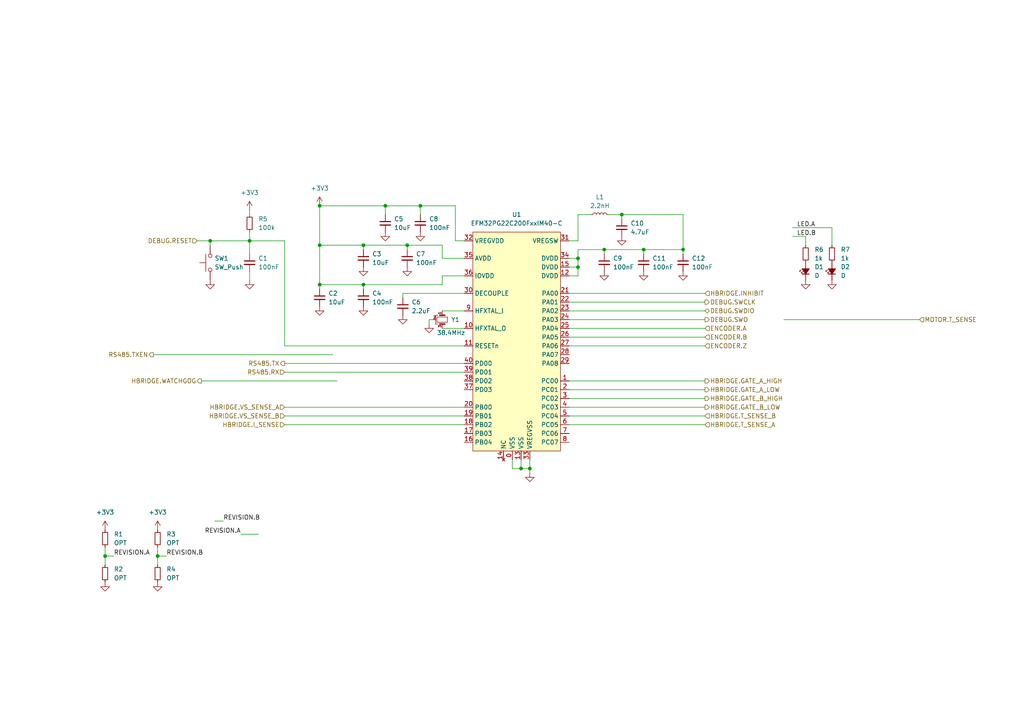
<source format=kicad_sch>
(kicad_sch (version 20211123) (generator eeschema)
  (paper "A4")
  (title_block (title "GB Robot") (rev "0"))
  (lib_symbols
    (symbol "Device:Crystal_GND2_Small" (pin_names (offset 1.016) hide)
      (property "Reference" "Y" (at 0 5.08 0))
      (property "Value" "Crystal_GND2_Small" (at 0 3.175 0))
      (symbol "Crystal_GND2_Small_0_1"
        (rectangle (start -0.762 -1.524) (end 0.762 1.524))
        (polyline (pts (xy -1.27 -0.762) (xy -1.27 0.762)) (stroke (width 0.381)))
        (polyline (pts (xy 1.27 -0.762) (xy 1.27 0.762)) (stroke (width 0.381)))
        (polyline (pts (xy -1.27 -1.27) (xy -1.27 -1.905) (xy 1.27 -1.905) (xy 1.27 -1.27)))
      )
      (symbol "Crystal_GND2_Small_1_1"
        (pin passive line (at -2.54 0 0) (length 1.27) (name "1") (number "1"))
        (pin passive line (at 0 -2.54 90) (length 0.635) (name "2") (number "2"))
        (pin passive line (at 2.54 0 180) (length 1.27) (name "3") (number "3"))
      )
    )
    (symbol "Device:LED_Small_Filled" (pin_numbers hide) (pin_names (offset 0.254) hide)
      (property "Reference" "D" (at -1.27 3.175 0))
      (property "Value" "LED_Small_Filled" (at -4.445 -2.54 0))
      (symbol "LED_Small_Filled_0_1"
        (polyline (pts (xy -0.762 -1.016) (xy -0.762 1.016)) (stroke (width 0.254)))
        (polyline (pts (xy 1.016 0) (xy -0.762 0)))
        (polyline (pts (xy 0.762 -1.016) (xy -0.762 0) (xy 0.762 1.016) (xy 0.762 -1.016)) (stroke (width 0.254)) (fill (type outline)))
        (polyline (pts (xy 0 0.762) (xy -0.508 1.27) (xy -0.254 1.27) (xy -0.508 1.27) (xy -0.508 1.016)))
        (polyline (pts (xy 0.508 1.27) (xy 0 1.778) (xy 0.254 1.778) (xy 0 1.778) (xy 0 1.524)))
      )
      (symbol "LED_Small_Filled_1_1"
        (pin passive line (at -2.54 0 0) (length 1.778) (name "K") (number "1"))
        (pin passive line (at 2.54 0 180) (length 1.778) (name "A") (number "2"))
      )
    )
    (symbol "Device:L_Small" (pin_numbers hide) (pin_names (offset 0.254) hide)
      (property "Reference" "L" (at 0.762 1.016 0))
      (property "Value" "L_Small" (at 0.762 -1.016 0))
      (symbol "L_Small_0_1"
        (arc (start 0 -2.032) (mid 0.508 -1.524) (end 0 -1.016))
        (arc (start 0 -1.016) (mid 0.508 -0.508) (end 0 0))
        (arc (start 0 0) (mid 0.508 0.508) (end 0 1.016))
        (arc (start 0 1.016) (mid 0.508 1.524) (end 0 2.032))
      )
      (symbol "L_Small_1_1"
        (pin passive line (at 0 2.54 270) (length 0.508) (name "~") (number "1"))
        (pin passive line (at 0 -2.54 90) (length 0.508) (name "~") (number "2"))
      )
    )
    (symbol "Device:R_Small" (pin_numbers hide) (pin_names (offset 0.254) hide)
      (property "Reference" "R" (at 0.762 0.508 0))
      (property "Value" "R_Small" (at 0.762 -1.016 0))
      (symbol "R_Small_0_1"
        (rectangle (start -0.762 1.778) (end 0.762 -1.778) (stroke (width 0.2032)))
      )
      (symbol "R_Small_1_1"
        (pin passive line (at 0 2.54 270) (length 0.762) (name "~") (number "1"))
        (pin passive line (at 0 -2.54 90) (length 0.762) (name "~") (number "2"))
      )
    )
    (symbol "Switch:SW_Push" (pin_numbers hide) (pin_names (offset 1.016) hide)
      (property "Reference" "SW" (at 1.27 2.54 0))
      (property "Value" "SW_Push" (at 0 -1.524 0))
      (symbol "SW_Push_0_1"
        (circle (center -2.032 0) (radius 0.508))
        (polyline (pts (xy 0 1.27) (xy 0 3.048)))
        (polyline (pts (xy 2.54 1.27) (xy -2.54 1.27)))
        (circle (center 2.032 0) (radius 0.508))
        (pin passive line (at -5.08 0 0) (length 2.54) (name "1") (number "1"))
        (pin passive line (at 5.08 0 180) (length 2.54) (name "2") (number "2"))
      )
    )
    (symbol "parts:C_Small" (pin_numbers hide) (pin_names (offset 0.254) hide)
      (property "Reference" "C" (at 0.254 1.778 0))
      (property "Value" "C_Small" (at 0.254 -2.032 0))
      (symbol "C_Small_0_1"
        (polyline (pts (xy -1.524 -0.508) (xy 1.524 -0.508)) (stroke (width 0.3302)))
        (polyline (pts (xy -1.524 0.508) (xy 1.524 0.508)) (stroke (width 0.3048)))
      )
      (symbol "C_Small_1_1"
        (pin passive line (at 0 2.54 270) (length 2.032) (name "~") (number "1"))
        (pin passive line (at 0 -2.54 90) (length 2.032) (name "~") (number "2"))
      )
    )
    (symbol "parts:EFM32PG22C200FxxIM40-C"
      (property "Reference" "U" (at -12.7 36.83 0))
      (property "Value" "EFM32PG22C200FxxIM40-C" (at 0 34.29 0))
      (symbol "EFM32PG22C200FxxIM40-C_0_0"
        (pin power_in line (at -1.27 -33.02 90) (length 2.54) (name "VSS") (number "0"))
        (pin bidirectional line (at 15.24 -10.16 180) (length 2.54) (name "PC00") (number "1"))
        (pin output line (at -15.24 5.08 0) (length 2.54) (name "HFXTAL_O") (number "10"))
        (pin input line (at -15.24 0 0) (length 2.54) (name "RESETn") (number "11"))
        (pin power_in line (at 15.24 20.32 180) (length 2.54) (name "DVDD") (number "12"))
        (pin power_in line (at 1.27 -33.02 90) (length 2.54) (name "VSS") (number "13"))
        (pin no_connect line (at -3.81 -33.02 90) (length 2.54) (name "NC") (number "14"))
        (pin power_in line (at 15.24 22.86 180) (length 2.54) (name "DVDD") (number "15"))
        (pin bidirectional line (at -15.24 -27.94 0) (length 2.54) (name "PB04") (number "16"))
        (pin bidirectional line (at -15.24 -25.4 0) (length 2.54) (name "PB03") (number "17"))
        (pin bidirectional line (at -15.24 -22.86 0) (length 2.54) (name "PB02") (number "18"))
        (pin bidirectional line (at -15.24 -20.32 0) (length 2.54) (name "PB01") (number "19"))
        (pin bidirectional line (at 15.24 -12.7 180) (length 2.54) (name "PC01") (number "2"))
        (pin bidirectional line (at -15.24 -17.78 0) (length 2.54) (name "PB00") (number "20"))
        (pin bidirectional line (at 15.24 15.24 180) (length 2.54) (name "PA00") (number "21"))
        (pin bidirectional line (at 15.24 12.7 180) (length 2.54) (name "PA01") (number "22"))
        (pin bidirectional line (at 15.24 10.16 180) (length 2.54) (name "PA02") (number "23"))
        (pin bidirectional line (at 15.24 7.62 180) (length 2.54) (name "PA03") (number "24"))
        (pin bidirectional line (at 15.24 5.08 180) (length 2.54) (name "PA04") (number "25"))
        (pin bidirectional line (at 15.24 2.54 180) (length 2.54) (name "PA05") (number "26"))
        (pin bidirectional line (at 15.24 0 180) (length 2.54) (name "PA06") (number "27"))
        (pin bidirectional line (at 15.24 -2.54 180) (length 2.54) (name "PA07") (number "28"))
        (pin bidirectional line (at 15.24 -5.08 180) (length 2.54) (name "PA08") (number "29"))
        (pin bidirectional line (at 15.24 -15.24 180) (length 2.54) (name "PC02") (number "3"))
        (pin passive line (at -15.24 15.24 0) (length 2.54) (name "DECOUPLE") (number "30"))
        (pin power_out line (at 15.24 30.48 180) (length 2.54) (name "VREGSW") (number "31"))
        (pin power_in line (at -15.24 30.48 0) (length 2.54) (name "VREGVDD") (number "32"))
        (pin power_in line (at 3.81 -33.02 90) (length 2.54) (name "VREGVSS") (number "33"))
        (pin power_in line (at 15.24 25.4 180) (length 2.54) (name "DVDD") (number "34"))
        (pin power_in line (at -15.24 25.4 0) (length 2.54) (name "AVDD") (number "35"))
        (pin power_in line (at -15.24 20.32 0) (length 2.54) (name "IOVDD") (number "36"))
        (pin bidirectional line (at -15.24 -12.7 0) (length 2.54) (name "PD03") (number "37"))
        (pin bidirectional line (at -15.24 -10.16 0) (length 2.54) (name "PD02") (number "38"))
        (pin bidirectional line (at -15.24 -7.62 0) (length 2.54) (name "PD01") (number "39"))
        (pin bidirectional line (at 15.24 -17.78 180) (length 2.54) (name "PC03") (number "4"))
        (pin bidirectional line (at -15.24 -5.08 0) (length 2.54) (name "PD00") (number "40"))
        (pin bidirectional line (at 15.24 -20.32 180) (length 2.54) (name "PC04") (number "5"))
        (pin bidirectional line (at 15.24 -22.86 180) (length 2.54) (name "PC05") (number "6"))
        (pin bidirectional line (at 15.24 -25.4 180) (length 2.54) (name "PC06") (number "7"))
        (pin bidirectional line (at 15.24 -27.94 180) (length 2.54) (name "PC07") (number "8"))
        (pin input line (at -15.24 10.16 0) (length 2.54) (name "HFXTAL_I") (number "9"))
      )
      (symbol "EFM32PG22C200FxxIM40-C_0_1"
        (rectangle (start -12.7 33.02) (end 12.7 -30.48) (fill (type background)))
      )
    )
    (symbol "parts:GND" (power) (pin_names (offset 0))
      (symbol "GND_0_1"
        (polyline (pts (xy 0 0) (xy 0 -1.27) (xy 1.27 -1.27) (xy 0 -2.54) (xy -1.27 -1.27) (xy 0 -1.27)))
      )
      (symbol "GND_1_1"
        (pin power_in line (at 0 0 270) (length 0) hide (name "GND") (number "1"))
      )
    )
    (symbol "power:+3.3V" (power) (pin_names (offset 0))
      (property "Value" "+3.3V" (at 0 3.556 0))
      (symbol "+3.3V_0_1"
        (polyline (pts (xy -0.762 1.27) (xy 0 2.54)))
        (polyline (pts (xy 0 0) (xy 0 2.54)))
        (polyline (pts (xy 0 2.54) (xy 0.762 1.27)))
      )
      (symbol "+3.3V_1_1"
        (pin power_in line (at 0 0 90) (length 0) hide (name "+3V3") (number "1"))
      )
    )
    (symbol "power:GND" (power) (pin_names (offset 0))
      (symbol "GND_0_1"
        (polyline (pts (xy 0 0) (xy 0 -1.27) (xy 1.27 -1.27) (xy 0 -2.54) (xy -1.27 -1.27) (xy 0 -1.27)))
      )
      (symbol "GND_1_1"
        (pin power_in line (at 0 0 270) (length 0) hide (name "GND") (number "1"))
      )
    )
  )
  (junction (at 121.92 59.69))
  (junction (at 105.41 71.12))
  (junction (at 118.11 71.12))
  (junction (at 30.48 161.29))
  (junction (at 92.71 82.55))
  (junction (at 198.12 72.39))
  (junction (at 92.71 59.69))
  (junction (at 153.67 135.89))
  (junction (at 92.71 71.12))
  (junction (at 105.41 82.55))
  (junction (at 111.76 59.69))
  (junction (at 167.64 77.47))
  (junction (at 151.13 135.89))
  (junction (at 60.96 69.85))
  (junction (at 175.26 72.39))
  (junction (at 167.64 74.93))
  (junction (at 186.69 72.39))
  (junction (at 180.34 62.23))
  (junction (at 45.72 161.29))
  (junction (at 72.39 69.85))
  (wire (pts (xy 57.15 69.85) (xy 60.96 69.85)))
  (wire (pts (xy 186.69 72.39) (xy 198.12 72.39)))
  (wire (pts (xy 30.48 161.29) (xy 30.48 163.83)))
  (wire (pts (xy 45.72 161.29) (xy 45.72 163.83)))
  (wire (pts (xy 111.76 59.69) (xy 92.71 59.69)))
  (wire (pts (xy 69.85 154.94) (xy 74.93 154.94)))
  (wire (pts (xy 165.1 85.09) (xy 204.47 85.09)))
  (wire (pts (xy 204.47 123.19) (xy 165.1 123.19)))
  (wire (pts (xy 134.62 85.09) (xy 116.84 85.09)))
  (wire (pts (xy 44.45 102.87) (xy 96.52 102.87)))
  (wire (pts (xy 45.72 161.29) (xy 48.26 161.29)))
  (wire (pts (xy 92.71 82.55) (xy 92.71 83.82)))
  (wire (pts (xy 82.55 107.95) (xy 134.62 107.95)))
  (wire (pts (xy 167.64 77.47) (xy 167.64 80.01)))
  (wire (pts (xy 233.68 68.58) (xy 233.68 71.12)))
  (wire (pts (xy 229.87 68.58) (xy 233.68 68.58)))
  (wire (pts (xy 124.46 92.71) (xy 124.46 93.98)))
  (wire (pts (xy 165.1 77.47) (xy 167.64 77.47)))
  (wire (pts (xy 176.53 62.23) (xy 180.34 62.23)))
  (wire (pts (xy 165.1 118.11) (xy 204.47 118.11)))
  (wire (pts (xy 128.27 80.01) (xy 128.27 82.55)))
  (wire (pts (xy 175.26 72.39) (xy 167.64 72.39)))
  (wire (pts (xy 165.1 115.57) (xy 204.47 115.57)))
  (wire (pts (xy 198.12 62.23) (xy 180.34 62.23)))
  (wire (pts (xy 165.1 87.63) (xy 204.47 87.63)))
  (wire (pts (xy 204.47 120.65) (xy 165.1 120.65)))
  (wire (pts (xy 60.96 69.85) (xy 60.96 71.12)))
  (wire (pts (xy 45.72 158.75) (xy 45.72 161.29)))
  (wire (pts (xy 241.3 66.04) (xy 241.3 71.12)))
  (wire (pts (xy 118.11 71.12) (xy 118.11 72.39)))
  (wire (pts (xy 128.27 71.12) (xy 118.11 71.12)))
  (wire (pts (xy 82.55 118.11) (xy 134.62 118.11)))
  (wire (pts (xy 62.23 151.13) (xy 64.77 151.13)))
  (wire (pts (xy 125.73 92.71) (xy 124.46 92.71)))
  (wire (pts (xy 72.39 78.74) (xy 72.39 81.28)))
  (wire (pts (xy 121.92 59.69) (xy 111.76 59.69)))
  (wire (pts (xy 175.26 72.39) (xy 186.69 72.39)))
  (wire (pts (xy 111.76 59.69) (xy 111.76 62.23)))
  (wire (pts (xy 82.55 123.19) (xy 134.62 123.19)))
  (wire (pts (xy 167.64 62.23) (xy 167.64 69.85)))
  (wire (pts (xy 134.62 100.33) (xy 82.55 100.33)))
  (wire (pts (xy 82.55 69.85) (xy 72.39 69.85)))
  (wire (pts (xy 128.27 95.25) (xy 134.62 95.25)))
  (wire (pts (xy 148.59 135.89) (xy 148.59 133.35)))
  (wire (pts (xy 121.92 59.69) (xy 132.08 59.69)))
  (wire (pts (xy 167.64 80.01) (xy 165.1 80.01)))
  (wire (pts (xy 229.87 66.04) (xy 241.3 66.04)))
  (wire (pts (xy 92.71 71.12) (xy 105.41 71.12)))
  (wire (pts (xy 198.12 72.39) (xy 198.12 73.66)))
  (wire (pts (xy 105.41 71.12) (xy 105.41 72.39)))
  (wire (pts (xy 165.1 74.93) (xy 167.64 74.93)))
  (wire (pts (xy 165.1 110.49) (xy 204.47 110.49)))
  (wire (pts (xy 227.33 92.71) (xy 266.7 92.71)))
  (wire (pts (xy 175.26 72.39) (xy 175.26 73.66)))
  (wire (pts (xy 134.62 80.01) (xy 128.27 80.01)))
  (wire (pts (xy 60.96 69.85) (xy 72.39 69.85)))
  (wire (pts (xy 171.45 62.23) (xy 167.64 62.23)))
  (wire (pts (xy 82.55 100.33) (xy 82.55 69.85)))
  (wire (pts (xy 165.1 69.85) (xy 167.64 69.85)))
  (wire (pts (xy 167.64 72.39) (xy 167.64 74.93)))
  (wire (pts (xy 134.62 69.85) (xy 132.08 69.85)))
  (wire (pts (xy 186.69 72.39) (xy 186.69 73.66)))
  (wire (pts (xy 30.48 158.75) (xy 30.48 161.29)))
  (wire (pts (xy 165.1 100.33) (xy 204.47 100.33)))
  (wire (pts (xy 180.34 62.23) (xy 180.34 63.5)))
  (wire (pts (xy 30.48 161.29) (xy 33.02 161.29)))
  (wire (pts (xy 165.1 90.17) (xy 204.47 90.17)))
  (wire (pts (xy 82.55 120.65) (xy 134.62 120.65)))
  (wire (pts (xy 105.41 82.55) (xy 105.41 83.82)))
  (wire (pts (xy 72.39 67.31) (xy 72.39 69.85)))
  (wire (pts (xy 167.64 74.93) (xy 167.64 77.47)))
  (wire (pts (xy 132.08 69.85) (xy 132.08 59.69)))
  (wire (pts (xy 105.41 82.55) (xy 128.27 82.55)))
  (wire (pts (xy 151.13 135.89) (xy 148.59 135.89)))
  (wire (pts (xy 165.1 113.03) (xy 204.47 113.03)))
  (wire (pts (xy 128.27 74.93) (xy 128.27 71.12)))
  (wire (pts (xy 165.1 92.71) (xy 204.47 92.71)))
  (wire (pts (xy 151.13 135.89) (xy 151.13 133.35)))
  (wire (pts (xy 118.11 71.12) (xy 105.41 71.12)))
  (wire (pts (xy 153.67 133.35) (xy 153.67 135.89)))
  (wire (pts (xy 198.12 72.39) (xy 198.12 62.23)))
  (wire (pts (xy 72.39 69.85) (xy 72.39 73.66)))
  (wire (pts (xy 116.84 85.09) (xy 116.84 86.36)))
  (wire (pts (xy 153.67 135.89) (xy 151.13 135.89)))
  (wire (pts (xy 72.39 60.96) (xy 72.39 62.23)))
  (wire (pts (xy 121.92 59.69) (xy 121.92 62.23)))
  (wire (pts (xy 92.71 82.55) (xy 92.71 71.12)))
  (wire (pts (xy 97.79 110.49) (xy 58.42 110.49)))
  (wire (pts (xy 82.55 105.41) (xy 134.62 105.41)))
  (wire (pts (xy 153.67 135.89) (xy 153.67 137.16)))
  (wire (pts (xy 165.1 97.79) (xy 204.47 97.79)))
  (wire (pts (xy 128.27 90.17) (xy 134.62 90.17)))
  (wire (pts (xy 92.71 59.69) (xy 92.71 71.12)))
  (wire (pts (xy 105.41 82.55) (xy 92.71 82.55)))
  (wire (pts (xy 134.62 74.93) (xy 128.27 74.93)))
  (wire (pts (xy 165.1 95.25) (xy 204.47 95.25)))
  (label "REVISION.B" (at 64.77 151.13 0))
  (label "REVISION.A" (at 69.85 154.94 180))
  (label "LED.B" (at 231.14 68.58 0))
  (label "REVISION.B" (at 48.26 161.29 0))
  (label "LED.A" (at 231.14 66.04 0))
  (label "REVISION.A" (at 33.02 161.29 0))
  (hierarchical_label "RS485.TXEN" (shape output) (at 44.45 102.87 180))
  (hierarchical_label "HBRIDGE.INHIBIT" (shape input) (at 204.47 85.09 0))
  (hierarchical_label "MOTOR.T_SENSE" (shape input) (at 266.7 92.71 0))
  (hierarchical_label "HBRIDGE.GATE_B_HIGH" (shape output) (at 204.47 115.57 0))
  (hierarchical_label "ENCODER.A" (shape input) (at 204.47 95.25 0))
  (hierarchical_label "DEBUG.SWO" (shape output) (at 204.47 92.71 0))
  (hierarchical_label "HBRIDGE.GATE_A_LOW" (shape output) (at 204.47 113.03 0))
  (hierarchical_label "HBRIDGE.GATE_A_HIGH" (shape output) (at 204.47 110.49 0))
  (hierarchical_label "ENCODER.B" (shape input) (at 204.47 97.79 0))
  (hierarchical_label "HBRIDGE.T_SENSE_B" (shape input) (at 204.47 120.65 0))
  (hierarchical_label "HBRIDGE.T_SENSE_A" (shape input) (at 204.47 123.19 0))
  (hierarchical_label "RS485.TX" (shape output) (at 82.55 105.41 180))
  (hierarchical_label "DEBUG.RESET" (shape input) (at 57.15 69.85 180))
  (hierarchical_label "HBRIDGE.VS_SENSE_A" (shape input) (at 82.55 118.11 180))
  (hierarchical_label "HBRIDGE.WATCHGOG" (shape output) (at 58.42 110.49 180))
  (hierarchical_label "DEBUG.SWDIO" (shape bidirectional) (at 204.47 90.17 0))
  (hierarchical_label "HBRIDGE.VS_SENSE_B" (shape input) (at 82.55 120.65 180))
  (hierarchical_label "HBRIDGE.GATE_B_LOW" (shape output) (at 204.47 118.11 0))
  (hierarchical_label "RS485.RX" (shape input) (at 82.55 107.95 180))
  (hierarchical_label "ENCODER.Z" (shape input) (at 204.47 100.33 0))
  (hierarchical_label "DEBUG.SWCLK" (shape output) (at 204.47 87.63 0))
  (hierarchical_label "HBRIDGE.I_SENSE" (shape input) (at 82.55 123.19 180))
  (symbol (lib_id "parts:C_Small") (at 111.76 64.77 0) (unit 1)
    (property "Reference" "C5" (at 114.3 63.5062 0) (effects (justify left)))
    (property "Value" "10uF" (at 114.3 66.0462 0) (effects (justify left)))
    (property "Footprint" "Capacitor_SMD:C_0805_2012Metric" (effects hide))
    (property "Rated Voltage" "6.3V" (effects hide))
    (property "Temp Coef" "X5R" (effects hide))
    (property "Tolerance" "+/-20%" (effects hide))
    (property "Primary MPN" "CL21A106MQFNNNE" (effects hide))
    (property "Primary Supplier" "Digikey" (effects hide))
  )
  (symbol (lib_id "Switch:SW_Push") (at 60.96 76.2 90) (unit 1)
    (property "Reference" "SW1" (at 62.23 74.9299 90) (effects (justify right)))
    (property "Value" "SW_Push" (at 62.23 77.4699 90) (effects (justify right)))
  )
  (symbol (lib_id "parts:GND") (at 233.68 81.28 0) (unit 1)
    (property "Reference" "#PWR0125" (effects hide))
    (property "Value" "GND" (effects hide))
  )
  (symbol (lib_id "power:GND") (at 111.76 67.31 0) (unit 1)
    (property "Reference" "#PWR0109" (effects hide))
    (property "Value" "GND" (effects hide))
  )
  (symbol (lib_id "parts:GND") (at 30.48 168.91 0) (unit 1)
    (property "Reference" "#PWR0122" (effects hide))
    (property "Value" "GND" (effects hide))
  )
  (symbol (lib_id "power:+3.3V") (at 30.48 153.67 0) (unit 1)
    (property "Reference" "#PWR0124" (effects hide))
    (property "Value" "+3.3V" (at 30.48 148.59 0))
  )
  (symbol (lib_id "Device:R_Small") (at 45.72 156.21 0) (unit 1)
    (property "Reference" "R3" (at 48.26 154.9399 0) (effects (justify left)))
    (property "Value" "OPT" (at 48.26 157.4799 0) (effects (justify left)))
  )
  (symbol (lib_id "Device:R_Small") (at 72.39 64.77 0) (unit 1)
    (property "Reference" "R5" (at 74.93 63.4999 0) (effects (justify left)))
    (property "Value" "100k" (at 74.93 66.0399 0) (effects (justify left)))
  )
  (symbol (lib_id "parts:GND") (at 105.41 77.47 0) (unit 1)
    (property "Reference" "#PWR0107" (effects hide))
    (property "Value" "GND" (effects hide))
  )
  (symbol (lib_id "parts:EFM32PG22C200FxxIM40-C") (at 149.86 100.33 0) (unit 1)
    (property "Reference" "U1" (at 149.86 62.23 0))
    (property "Value" "EFM32PG22C200FxxIM40-C" (at 149.86 64.77 0))
    (property "Footprint" "Package_DFN_QFN:QFN-40-1EP_5x5mm_P0.4mm_EP3.8x3.8mm" (effects hide))
    (property "Datasheet" "https://www.silabs.com/documents/public/data-sheets/efm32pg22-datasheet.pdf" (effects hide))
    (property "Primary MPN" "EFM32PG22C200F64IM40-C" (effects hide))
    (property "Primary Supplier" "Mouser" (effects hide))
  )
  (symbol (lib_id "parts:GND") (at 180.34 68.58 0) (unit 1)
    (property "Reference" "#PWR0116" (effects hide))
    (property "Value" "GND" (effects hide))
  )
  (symbol (lib_id "parts:GND") (at 121.92 67.31 0) (unit 1)
    (property "Reference" "#PWR0108" (effects hide))
    (property "Value" "GND" (effects hide))
  )
  (symbol (lib_id "parts:C_Small") (at 92.71 86.36 0) (unit 1)
    (property "Reference" "C2" (at 95.25 85.0962 0) (effects (justify left)))
    (property "Value" "10uF" (at 95.25 87.6362 0) (effects (justify left)))
    (property "Footprint" "Capacitor_SMD:C_0805_2012Metric" (effects hide))
    (property "Rated Voltage" "6.3V" (effects hide))
    (property "Temp Coef" "X5R" (effects hide))
    (property "Primary MPN" "CL21A106MQFNNNE" (effects hide))
    (property "Primary Supplier" "Digikey" (effects hide))
    (property "Tolerance" "+/-20%" (effects hide))
  )
  (symbol (lib_id "Device:Crystal_GND2_Small") (at 128.27 92.71 270) (unit 1)
    (property "Reference" "Y1" (at 132.08 92.71 90))
    (property "Value" "38.4MHz" (at 130.81 96.52 90))
    (property "Load Capacitance" "10pF" (effects hide))
    (property "ESR" "40R" (effects hide))
  )
  (symbol (lib_id "parts:GND") (at 198.12 78.74 0) (unit 1)
    (property "Reference" "#PWR0119" (effects hide))
    (property "Value" "GND" (effects hide))
  )
  (symbol (lib_id "parts:C_Small") (at 105.41 86.36 0) (unit 1)
    (property "Reference" "C4" (at 107.95 85.0962 0) (effects (justify left)))
    (property "Value" "100nF" (at 107.95 87.6362 0) (effects (justify left)))
  )
  (symbol (lib_id "parts:GND") (at 116.84 91.44 0) (unit 1)
    (property "Reference" "#PWR0112" (effects hide))
    (property "Value" "GND" (effects hide))
  )
  (symbol (lib_id "parts:GND") (at 186.69 78.74 0) (unit 1)
    (property "Reference" "#PWR0117" (effects hide))
    (property "Value" "GND" (effects hide))
  )
  (symbol (lib_id "parts:C_Small") (at 105.41 74.93 0) (unit 1)
    (property "Reference" "C3" (at 107.95 73.6662 0) (effects (justify left)))
    (property "Value" "10uF" (at 107.95 76.2062 0) (effects (justify left)))
    (property "Footprint" "Capacitor_SMD:C_0805_2012Metric" (effects hide))
    (property "Rated Voltage" "6.3V" (effects hide))
    (property "Temp Coef" "X5R" (effects hide))
    (property "Primary MPN" "CL21A106MQFNNNE" (effects hide))
    (property "Primary Supplier" "Digikey" (effects hide))
    (property "Tolerance" "+/-20%" (effects hide))
  )
  (symbol (lib_id "Device:R_Small") (at 30.48 166.37 0) (unit 1)
    (property "Reference" "R2" (at 33.02 165.0999 0) (effects (justify left)))
    (property "Value" "OPT" (at 33.02 167.6399 0) (effects (justify left)))
  )
  (symbol (lib_id "parts:GND") (at 105.41 88.9 0) (unit 1)
    (property "Reference" "#PWR0114" (effects hide))
    (property "Value" "GND" (effects hide))
  )
  (symbol (lib_id "parts:GND") (at 118.11 77.47 0) (unit 1)
    (property "Reference" "#PWR0106" (effects hide))
    (property "Value" "GND" (effects hide))
  )
  (symbol (lib_id "parts:C_Small") (at 175.26 76.2 0) (unit 1)
    (property "Reference" "C9" (at 177.8 74.9362 0) (effects (justify left)))
    (property "Value" "100nF" (at 177.8 77.4762 0) (effects (justify left)))
  )
  (symbol (lib_id "parts:GND") (at 60.96 81.28 0) (unit 1)
    (property "Reference" "#PWR0120" (effects hide))
    (property "Value" "GND" (effects hide))
  )
  (symbol (lib_id "parts:C_Small") (at 180.34 66.04 0) (unit 1)
    (property "Reference" "C10" (at 182.88 64.7762 0) (effects (justify left)))
    (property "Value" "4.7uF" (at 182.88 67.3162 0) (effects (justify left)))
  )
  (symbol (lib_id "parts:GND") (at 72.39 81.28 0) (unit 1)
    (property "Reference" "#PWR0111" (effects hide))
    (property "Value" "GND" (effects hide))
  )
  (symbol (lib_id "Device:R_Small") (at 30.48 156.21 0) (unit 1)
    (property "Reference" "R1" (at 33.02 154.9399 0) (effects (justify left)))
    (property "Value" "OPT" (at 33.02 157.4799 0) (effects (justify left)))
  )
  (symbol (lib_id "parts:C_Small") (at 198.12 76.2 0) (unit 1)
    (property "Reference" "C12" (at 200.66 74.9362 0) (effects (justify left)))
    (property "Value" "100nF" (at 200.66 77.4762 0) (effects (justify left)))
  )
  (symbol (lib_id "parts:GND") (at 92.71 88.9 0) (unit 1)
    (property "Reference" "#PWR0115" (effects hide))
    (property "Value" "GND" (effects hide))
  )
  (symbol (lib_id "parts:GND") (at 241.3 81.28 0) (unit 1)
    (property "Reference" "#PWR0126" (effects hide))
    (property "Value" "GND" (effects hide))
  )
  (symbol (lib_id "parts:C_Small") (at 116.84 88.9 0) (unit 1)
    (property "Reference" "C6" (at 119.38 87.6362 0) (effects (justify left)))
    (property "Value" "2.2uF" (at 119.38 90.1762 0) (effects (justify left)))
  )
  (symbol (lib_id "Device:R_Small") (at 241.3 73.66 0) (unit 1)
    (property "Reference" "R7" (at 243.84 72.3899 0) (effects (justify left)))
    (property "Value" "1k" (at 243.84 74.9299 0) (effects (justify left)))
  )
  (symbol (lib_id "parts:C_Small") (at 118.11 74.93 0) (unit 1)
    (property "Reference" "C7" (at 120.65 73.6662 0) (effects (justify left)))
    (property "Value" "100nF" (at 120.65 76.2062 0) (effects (justify left)))
  )
  (symbol (lib_id "power:+3.3V") (at 72.39 60.96 0) (unit 1)
    (property "Reference" "#PWR0110" (effects hide))
    (property "Value" "+3.3V" (at 72.39 55.88 0))
  )
  (symbol (lib_id "parts:GND") (at 175.26 78.74 0) (unit 1)
    (property "Reference" "#PWR0118" (effects hide))
    (property "Value" "GND" (effects hide))
  )
  (symbol (lib_id "Device:LED_Small_Filled") (at 241.3 78.74 90) (unit 1)
    (property "Reference" "D2" (at 243.84 77.4064 90) (effects (justify right)))
    (property "Value" "D" (at 243.84 79.9464 90) (effects (justify right)))
  )
  (symbol (lib_id "power:+3.3V") (at 45.72 153.67 0) (unit 1)
    (property "Reference" "#PWR0121" (effects hide))
    (property "Value" "+3.3V" (at 45.72 148.59 0))
  )
  (symbol (lib_id "parts:C_Small") (at 72.39 76.2 0) (unit 1)
    (property "Reference" "C1" (at 74.93 74.9362 0) (effects (justify left)))
    (property "Value" "100nF" (at 74.93 77.47 0) (effects (justify left)))
  )
  (symbol (lib_id "parts:C_Small") (at 121.92 64.77 0) (unit 1)
    (property "Reference" "C8" (at 124.46 63.5062 0) (effects (justify left)))
    (property "Value" "100nF" (at 124.46 66.0462 0) (effects (justify left)))
    (property "Footprint" "Capacitor_SMD:C_0603_1608Metric" (effects hide))
    (property "Rated Voltage" "50V" (effects hide))
    (property "Temp Coef" "X7R" (effects hide))
    (property "Primary MPN" "CL10B104KB8NNWC" (effects hide))
    (property "Primary Supplier" "Digikey" (effects hide))
    (property "Tolerance" "+/-10%" (effects hide))
  )
  (symbol (lib_id "Device:R_Small") (at 45.72 166.37 0) (unit 1)
    (property "Reference" "R4" (at 48.26 165.0999 0) (effects (justify left)))
    (property "Value" "OPT" (at 48.26 167.6399 0) (effects (justify left)))
  )
  (symbol (lib_id "power:+3.3V") (at 92.71 59.69 0) (unit 1)
    (property "Reference" "#PWR0105" (effects hide))
    (property "Value" "+3.3V" (at 92.71 54.61 0))
  )
  (symbol (lib_id "Device:R_Small") (at 233.68 73.66 0) (unit 1)
    (property "Reference" "R6" (at 236.22 72.3899 0) (effects (justify left)))
    (property "Value" "1k" (at 236.22 74.9299 0) (effects (justify left)))
  )
  (symbol (lib_id "parts:GND") (at 45.72 168.91 0) (unit 1)
    (property "Reference" "#PWR0123" (effects hide))
    (property "Value" "GND" (effects hide))
  )
  (symbol (lib_id "Device:LED_Small_Filled") (at 233.68 78.74 90) (unit 1)
    (property "Reference" "D1" (at 236.22 77.4064 90) (effects (justify right)))
    (property "Value" "D" (at 236.22 79.9464 90) (effects (justify right)))
  )
  (symbol (lib_id "parts:C_Small") (at 186.69 76.2 0) (unit 1)
    (property "Reference" "C11" (at 189.23 74.9362 0) (effects (justify left)))
    (property "Value" "100nF" (at 189.23 77.4762 0) (effects (justify left)))
  )
  (symbol (lib_id "Device:L_Small") (at 173.99 62.23 90) (unit 1)
    (property "Reference" "L1" (at 173.99 57.15 90))
    (property "Value" "2.2nH" (at 173.99 59.69 90))
  )
  (symbol (lib_id "parts:GND") (at 153.67 137.16 0) (unit 1)
    (property "Reference" "#PWR0127" (effects hide))
    (property "Value" "GND" (effects hide))
  )
  (symbol (lib_id "parts:GND") (at 124.46 93.98 0) (unit 1)
    (property "Reference" "#PWR0113" (effects hide))
    (property "Value" "GND" (effects hide))
  )
)
</source>
